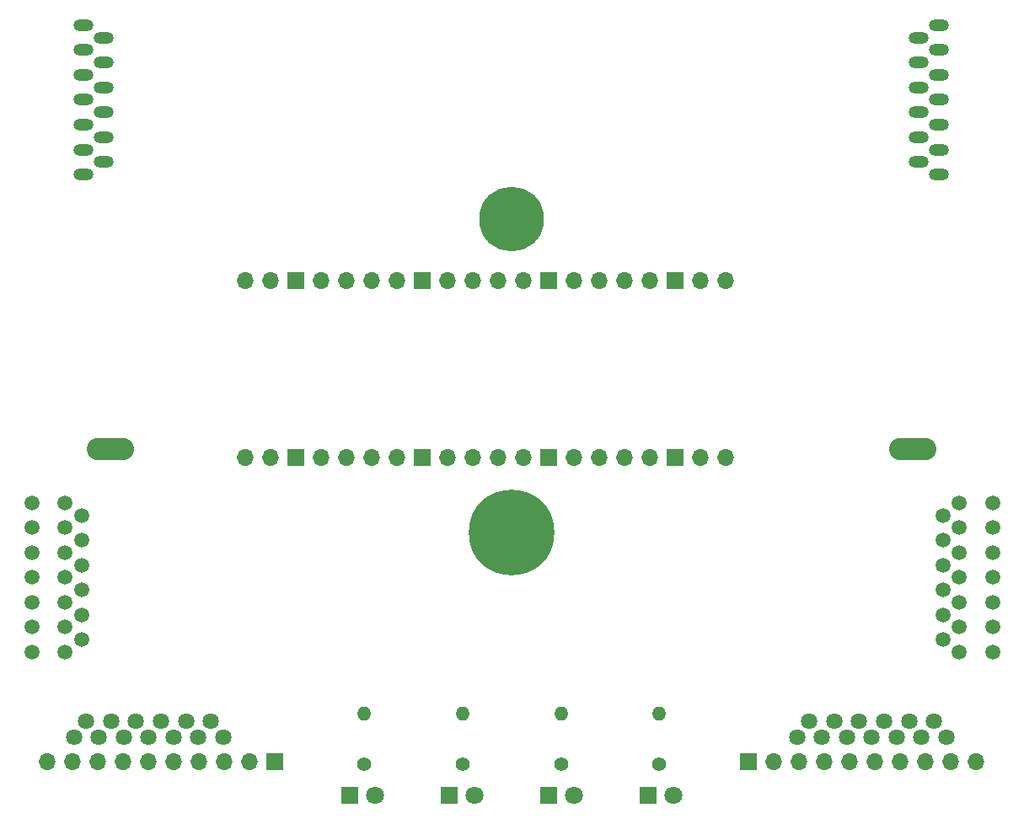
<source format=gbs>
G04 #@! TF.GenerationSoftware,KiCad,Pcbnew,9.0.1-9.0.1-0~ubuntu22.04.1*
G04 #@! TF.CreationDate,2025-04-10T12:51:45-07:00*
G04 #@! TF.ProjectId,kicad_port,6b696361-645f-4706-9f72-742e6b696361,rev?*
G04 #@! TF.SameCoordinates,Original*
G04 #@! TF.FileFunction,Soldermask,Bot*
G04 #@! TF.FilePolarity,Negative*
%FSLAX46Y46*%
G04 Gerber Fmt 4.6, Leading zero omitted, Abs format (unit mm)*
G04 Created by KiCad (PCBNEW 9.0.1-9.0.1-0~ubuntu22.04.1) date 2025-04-10 12:51:45*
%MOMM*%
%LPD*%
G01*
G04 APERTURE LIST*
%ADD10O,4.750000X2.250000*%
%ADD11O,1.400000X1.400000*%
%ADD12C,1.400000*%
%ADD13O,1.700000X1.700000*%
%ADD14R,1.700000X1.700000*%
%ADD15R,1.800000X1.800000*%
%ADD16C,1.800000*%
%ADD17C,8.600000*%
%ADD18O,2.000000X1.200000*%
%ADD19C,1.511200*%
%ADD20C,6.500000*%
%ADD21C,1.638200*%
G04 APERTURE END LIST*
D10*
X190300000Y-97600000D03*
X109700000Y-97600000D03*
D11*
X135128000Y-124206000D03*
D12*
X135128000Y-129286000D03*
D13*
X171450000Y-98425000D03*
X168910000Y-98425000D03*
D14*
X166370000Y-98425000D03*
D13*
X163830000Y-98425000D03*
X161290000Y-98425000D03*
X158750000Y-98425000D03*
X156210000Y-98425000D03*
D14*
X153670000Y-98425000D03*
D13*
X151130000Y-98425000D03*
X148590000Y-98425000D03*
X146050000Y-98425000D03*
X143510000Y-98425000D03*
D14*
X140970000Y-98425000D03*
D13*
X138430000Y-98425000D03*
X135890000Y-98425000D03*
X133350000Y-98425000D03*
X130810000Y-98425000D03*
D14*
X128270000Y-98425000D03*
D13*
X125730000Y-98425000D03*
X123190000Y-98425000D03*
X123190000Y-80645000D03*
X125730000Y-80645000D03*
D14*
X128270000Y-80645000D03*
D13*
X130810000Y-80645000D03*
X133350000Y-80645000D03*
X135890000Y-80645000D03*
X138430000Y-80645000D03*
D14*
X140970000Y-80645000D03*
D13*
X143510000Y-80645000D03*
X146050000Y-80645000D03*
X148590000Y-80645000D03*
X151130000Y-80645000D03*
D14*
X153670000Y-80645000D03*
D13*
X156210000Y-80645000D03*
X158750000Y-80645000D03*
X161290000Y-80645000D03*
X163830000Y-80645000D03*
D14*
X166370000Y-80645000D03*
D13*
X168910000Y-80645000D03*
X171450000Y-80645000D03*
D15*
X133700000Y-132400000D03*
D16*
X136240000Y-132400000D03*
D15*
X143700000Y-132400000D03*
D16*
X146240000Y-132400000D03*
D15*
X153700000Y-132400000D03*
D16*
X156240000Y-132400000D03*
D15*
X163700000Y-132400000D03*
D16*
X166240000Y-132400000D03*
D17*
X150000000Y-106000000D03*
D18*
X192900000Y-55000000D03*
X190900000Y-56250000D03*
X192900000Y-57500000D03*
X190900000Y-58750000D03*
X192900000Y-60000000D03*
X190900000Y-61250000D03*
X192900000Y-62500000D03*
X190900000Y-63750000D03*
X192900000Y-65000000D03*
X190900000Y-66250000D03*
X192900000Y-67500000D03*
X190900000Y-68750000D03*
X192900000Y-70000000D03*
X107000000Y-70000000D03*
X109000000Y-68750000D03*
X107000000Y-67500000D03*
X109000000Y-66250000D03*
X107000000Y-65000000D03*
X109000000Y-63750000D03*
X107000000Y-62500000D03*
X109000000Y-61250000D03*
X107000000Y-60000000D03*
X109000000Y-58750000D03*
X107000000Y-57500000D03*
X109000000Y-56250000D03*
X107000000Y-55000000D03*
D19*
X198300000Y-103000000D03*
X194950000Y-103000000D03*
X193300000Y-104250000D03*
X198300000Y-105500000D03*
X194950000Y-105500000D03*
X193300000Y-106750000D03*
X198300000Y-108000000D03*
X194950000Y-108000000D03*
X193300000Y-109250000D03*
X198300000Y-110500000D03*
X194950000Y-110500000D03*
X193300000Y-111750000D03*
X198300000Y-113000000D03*
X194950000Y-113000000D03*
X193300000Y-114250000D03*
X198300000Y-115500000D03*
X194950000Y-115500000D03*
X193300000Y-116750000D03*
X198300000Y-118000000D03*
X194950000Y-118000000D03*
X101800000Y-118000000D03*
X105150000Y-118000000D03*
X106800000Y-116750000D03*
X101800000Y-115500000D03*
X105150000Y-115500000D03*
X106800000Y-114250000D03*
X101800000Y-113000000D03*
X105150000Y-113000000D03*
X106800000Y-111750000D03*
X101800000Y-110500000D03*
X105150000Y-110500000D03*
X106800000Y-109250000D03*
X101800000Y-108000000D03*
X105150000Y-108000000D03*
X106800000Y-106750000D03*
X101800000Y-105500000D03*
X105150000Y-105500000D03*
X106800000Y-104250000D03*
X101800000Y-103000000D03*
X105150000Y-103000000D03*
D14*
X173800000Y-129000000D03*
D13*
X176340000Y-129000000D03*
X178880000Y-129000000D03*
X181420000Y-129000000D03*
X183960000Y-129000000D03*
X186500000Y-129000000D03*
X189040000Y-129000000D03*
X191580000Y-129000000D03*
X194120000Y-129000000D03*
X196660000Y-129000000D03*
D14*
X126200000Y-129000000D03*
D13*
X123660000Y-129000000D03*
X121120000Y-129000000D03*
X118580000Y-129000000D03*
X116040000Y-129000000D03*
X113500000Y-129000000D03*
X110960000Y-129000000D03*
X108420000Y-129000000D03*
X105880000Y-129000000D03*
X103340000Y-129000000D03*
D20*
X150000000Y-74500000D03*
D12*
X154940000Y-129286000D03*
D11*
X154940000Y-124206000D03*
D21*
X178657000Y-126590000D03*
X179907000Y-124940000D03*
X181157000Y-126590000D03*
X182407000Y-124940000D03*
X183657000Y-126590000D03*
X184907000Y-124940000D03*
X186157000Y-126590000D03*
X187407000Y-124940000D03*
X188657000Y-126590000D03*
X189907000Y-124940000D03*
X191157000Y-126590000D03*
X192407000Y-124940000D03*
X193657000Y-126590000D03*
X106013000Y-126590000D03*
X107263000Y-124940000D03*
X108513000Y-126590000D03*
X109763000Y-124940000D03*
X111013000Y-126590000D03*
X112263000Y-124940000D03*
X113513000Y-126590000D03*
X114763000Y-124940000D03*
X116013000Y-126590000D03*
X117263000Y-124940000D03*
X118513000Y-126590000D03*
X119763000Y-124940000D03*
X121013000Y-126590000D03*
D12*
X145034000Y-129286000D03*
D11*
X145034000Y-124206000D03*
D12*
X164840000Y-129286000D03*
D11*
X164840000Y-124206000D03*
M02*

</source>
